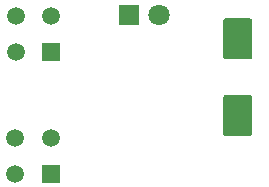
<source format=gbr>
%TF.GenerationSoftware,KiCad,Pcbnew,(5.1.6)-1*%
%TF.CreationDate,2020-11-24T18:40:46+11:00*%
%TF.ProjectId,ANT SEL Panel PCB V1,414e5420-5345-44c2-9050-616e656c2050,rev?*%
%TF.SameCoordinates,Original*%
%TF.FileFunction,Soldermask,Bot*%
%TF.FilePolarity,Negative*%
%FSLAX46Y46*%
G04 Gerber Fmt 4.6, Leading zero omitted, Abs format (unit mm)*
G04 Created by KiCad (PCBNEW (5.1.6)-1) date 2020-11-24 18:40:46*
%MOMM*%
%LPD*%
G01*
G04 APERTURE LIST*
%ADD10C,1.520000*%
%ADD11R,1.520000X1.520000*%
%ADD12C,1.800000*%
%ADD13R,1.800000X1.800000*%
G04 APERTURE END LIST*
D10*
%TO.C,J2*%
X86027201Y-52208401D03*
X86027201Y-55208400D03*
X89027200Y-52208401D03*
D11*
X89027200Y-55208400D03*
%TD*%
D10*
%TO.C,J1*%
X86080801Y-41898801D03*
X86080801Y-44898800D03*
X89080800Y-41898801D03*
D11*
X89080800Y-44898800D03*
%TD*%
D12*
%TO.C,D14*%
X98150000Y-41750000D03*
D13*
X95610000Y-41750000D03*
%TD*%
%TO.C,C1*%
G36*
G01*
X105850000Y-45550000D02*
X103850000Y-45550000D01*
G75*
G02*
X103600000Y-45300000I0J250000D01*
G01*
X103600000Y-42300000D01*
G75*
G02*
X103850000Y-42050000I250000J0D01*
G01*
X105850000Y-42050000D01*
G75*
G02*
X106100000Y-42300000I0J-250000D01*
G01*
X106100000Y-45300000D01*
G75*
G02*
X105850000Y-45550000I-250000J0D01*
G01*
G37*
G36*
G01*
X105850000Y-52050000D02*
X103850000Y-52050000D01*
G75*
G02*
X103600000Y-51800000I0J250000D01*
G01*
X103600000Y-48800000D01*
G75*
G02*
X103850000Y-48550000I250000J0D01*
G01*
X105850000Y-48550000D01*
G75*
G02*
X106100000Y-48800000I0J-250000D01*
G01*
X106100000Y-51800000D01*
G75*
G02*
X105850000Y-52050000I-250000J0D01*
G01*
G37*
%TD*%
M02*

</source>
